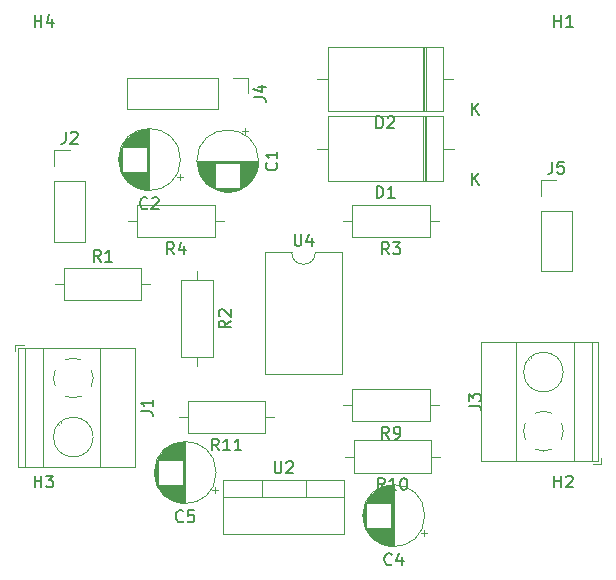
<source format=gbr>
%TF.GenerationSoftware,KiCad,Pcbnew,8.0.1*%
%TF.CreationDate,2024-08-15T00:47:12-03:00*%
%TF.ProjectId,monitoreo_solar,6d6f6e69-746f-4726-956f-5f736f6c6172,rev?*%
%TF.SameCoordinates,Original*%
%TF.FileFunction,Legend,Top*%
%TF.FilePolarity,Positive*%
%FSLAX46Y46*%
G04 Gerber Fmt 4.6, Leading zero omitted, Abs format (unit mm)*
G04 Created by KiCad (PCBNEW 8.0.1) date 2024-08-15 00:47:12*
%MOMM*%
%LPD*%
G01*
G04 APERTURE LIST*
%ADD10C,0.150000*%
%ADD11C,0.120000*%
G04 APERTURE END LIST*
D10*
X54463446Y-100259580D02*
X54415827Y-100307200D01*
X54415827Y-100307200D02*
X54272970Y-100354819D01*
X54272970Y-100354819D02*
X54177732Y-100354819D01*
X54177732Y-100354819D02*
X54034875Y-100307200D01*
X54034875Y-100307200D02*
X53939637Y-100211961D01*
X53939637Y-100211961D02*
X53892018Y-100116723D01*
X53892018Y-100116723D02*
X53844399Y-99926247D01*
X53844399Y-99926247D02*
X53844399Y-99783390D01*
X53844399Y-99783390D02*
X53892018Y-99592914D01*
X53892018Y-99592914D02*
X53939637Y-99497676D01*
X53939637Y-99497676D02*
X54034875Y-99402438D01*
X54034875Y-99402438D02*
X54177732Y-99354819D01*
X54177732Y-99354819D02*
X54272970Y-99354819D01*
X54272970Y-99354819D02*
X54415827Y-99402438D01*
X54415827Y-99402438D02*
X54463446Y-99450057D01*
X55320589Y-99688152D02*
X55320589Y-100354819D01*
X55082494Y-99307200D02*
X54844399Y-100021485D01*
X54844399Y-100021485D02*
X55463446Y-100021485D01*
X53161905Y-63349819D02*
X53161905Y-62349819D01*
X53161905Y-62349819D02*
X53400000Y-62349819D01*
X53400000Y-62349819D02*
X53542857Y-62397438D01*
X53542857Y-62397438D02*
X53638095Y-62492676D01*
X53638095Y-62492676D02*
X53685714Y-62587914D01*
X53685714Y-62587914D02*
X53733333Y-62778390D01*
X53733333Y-62778390D02*
X53733333Y-62921247D01*
X53733333Y-62921247D02*
X53685714Y-63111723D01*
X53685714Y-63111723D02*
X53638095Y-63206961D01*
X53638095Y-63206961D02*
X53542857Y-63302200D01*
X53542857Y-63302200D02*
X53400000Y-63349819D01*
X53400000Y-63349819D02*
X53161905Y-63349819D01*
X54114286Y-62445057D02*
X54161905Y-62397438D01*
X54161905Y-62397438D02*
X54257143Y-62349819D01*
X54257143Y-62349819D02*
X54495238Y-62349819D01*
X54495238Y-62349819D02*
X54590476Y-62397438D01*
X54590476Y-62397438D02*
X54638095Y-62445057D01*
X54638095Y-62445057D02*
X54685714Y-62540295D01*
X54685714Y-62540295D02*
X54685714Y-62635533D01*
X54685714Y-62635533D02*
X54638095Y-62778390D01*
X54638095Y-62778390D02*
X54066667Y-63349819D01*
X54066667Y-63349819D02*
X54685714Y-63349819D01*
X61258095Y-62229819D02*
X61258095Y-61229819D01*
X61829523Y-62229819D02*
X61400952Y-61658390D01*
X61829523Y-61229819D02*
X61258095Y-61801247D01*
X44684580Y-66286553D02*
X44732200Y-66334172D01*
X44732200Y-66334172D02*
X44779819Y-66477029D01*
X44779819Y-66477029D02*
X44779819Y-66572267D01*
X44779819Y-66572267D02*
X44732200Y-66715124D01*
X44732200Y-66715124D02*
X44636961Y-66810362D01*
X44636961Y-66810362D02*
X44541723Y-66857981D01*
X44541723Y-66857981D02*
X44351247Y-66905600D01*
X44351247Y-66905600D02*
X44208390Y-66905600D01*
X44208390Y-66905600D02*
X44017914Y-66857981D01*
X44017914Y-66857981D02*
X43922676Y-66810362D01*
X43922676Y-66810362D02*
X43827438Y-66715124D01*
X43827438Y-66715124D02*
X43779819Y-66572267D01*
X43779819Y-66572267D02*
X43779819Y-66477029D01*
X43779819Y-66477029D02*
X43827438Y-66334172D01*
X43827438Y-66334172D02*
X43875057Y-66286553D01*
X44779819Y-65334172D02*
X44779819Y-65905600D01*
X44779819Y-65619886D02*
X43779819Y-65619886D01*
X43779819Y-65619886D02*
X43922676Y-65715124D01*
X43922676Y-65715124D02*
X44017914Y-65810362D01*
X44017914Y-65810362D02*
X44065533Y-65905600D01*
X42784819Y-60733333D02*
X43499104Y-60733333D01*
X43499104Y-60733333D02*
X43641961Y-60780952D01*
X43641961Y-60780952D02*
X43737200Y-60876190D01*
X43737200Y-60876190D02*
X43784819Y-61019047D01*
X43784819Y-61019047D02*
X43784819Y-61114285D01*
X43118152Y-59828571D02*
X43784819Y-59828571D01*
X42737200Y-60066666D02*
X43451485Y-60304761D01*
X43451485Y-60304761D02*
X43451485Y-59685714D01*
X36033333Y-74024819D02*
X35700000Y-73548628D01*
X35461905Y-74024819D02*
X35461905Y-73024819D01*
X35461905Y-73024819D02*
X35842857Y-73024819D01*
X35842857Y-73024819D02*
X35938095Y-73072438D01*
X35938095Y-73072438D02*
X35985714Y-73120057D01*
X35985714Y-73120057D02*
X36033333Y-73215295D01*
X36033333Y-73215295D02*
X36033333Y-73358152D01*
X36033333Y-73358152D02*
X35985714Y-73453390D01*
X35985714Y-73453390D02*
X35938095Y-73501009D01*
X35938095Y-73501009D02*
X35842857Y-73548628D01*
X35842857Y-73548628D02*
X35461905Y-73548628D01*
X36890476Y-73358152D02*
X36890476Y-74024819D01*
X36652381Y-72977200D02*
X36414286Y-73691485D01*
X36414286Y-73691485D02*
X37033333Y-73691485D01*
X44553095Y-91559819D02*
X44553095Y-92369342D01*
X44553095Y-92369342D02*
X44600714Y-92464580D01*
X44600714Y-92464580D02*
X44648333Y-92512200D01*
X44648333Y-92512200D02*
X44743571Y-92559819D01*
X44743571Y-92559819D02*
X44934047Y-92559819D01*
X44934047Y-92559819D02*
X45029285Y-92512200D01*
X45029285Y-92512200D02*
X45076904Y-92464580D01*
X45076904Y-92464580D02*
X45124523Y-92369342D01*
X45124523Y-92369342D02*
X45124523Y-91559819D01*
X45553095Y-91655057D02*
X45600714Y-91607438D01*
X45600714Y-91607438D02*
X45695952Y-91559819D01*
X45695952Y-91559819D02*
X45934047Y-91559819D01*
X45934047Y-91559819D02*
X46029285Y-91607438D01*
X46029285Y-91607438D02*
X46076904Y-91655057D01*
X46076904Y-91655057D02*
X46124523Y-91750295D01*
X46124523Y-91750295D02*
X46124523Y-91845533D01*
X46124523Y-91845533D02*
X46076904Y-91988390D01*
X46076904Y-91988390D02*
X45505476Y-92559819D01*
X45505476Y-92559819D02*
X46124523Y-92559819D01*
X60979819Y-86833333D02*
X61694104Y-86833333D01*
X61694104Y-86833333D02*
X61836961Y-86880952D01*
X61836961Y-86880952D02*
X61932200Y-86976190D01*
X61932200Y-86976190D02*
X61979819Y-87119047D01*
X61979819Y-87119047D02*
X61979819Y-87214285D01*
X60979819Y-86452380D02*
X60979819Y-85833333D01*
X60979819Y-85833333D02*
X61360771Y-86166666D01*
X61360771Y-86166666D02*
X61360771Y-86023809D01*
X61360771Y-86023809D02*
X61408390Y-85928571D01*
X61408390Y-85928571D02*
X61456009Y-85880952D01*
X61456009Y-85880952D02*
X61551247Y-85833333D01*
X61551247Y-85833333D02*
X61789342Y-85833333D01*
X61789342Y-85833333D02*
X61884580Y-85880952D01*
X61884580Y-85880952D02*
X61932200Y-85928571D01*
X61932200Y-85928571D02*
X61979819Y-86023809D01*
X61979819Y-86023809D02*
X61979819Y-86309523D01*
X61979819Y-86309523D02*
X61932200Y-86404761D01*
X61932200Y-86404761D02*
X61884580Y-86452380D01*
X36808333Y-96609580D02*
X36760714Y-96657200D01*
X36760714Y-96657200D02*
X36617857Y-96704819D01*
X36617857Y-96704819D02*
X36522619Y-96704819D01*
X36522619Y-96704819D02*
X36379762Y-96657200D01*
X36379762Y-96657200D02*
X36284524Y-96561961D01*
X36284524Y-96561961D02*
X36236905Y-96466723D01*
X36236905Y-96466723D02*
X36189286Y-96276247D01*
X36189286Y-96276247D02*
X36189286Y-96133390D01*
X36189286Y-96133390D02*
X36236905Y-95942914D01*
X36236905Y-95942914D02*
X36284524Y-95847676D01*
X36284524Y-95847676D02*
X36379762Y-95752438D01*
X36379762Y-95752438D02*
X36522619Y-95704819D01*
X36522619Y-95704819D02*
X36617857Y-95704819D01*
X36617857Y-95704819D02*
X36760714Y-95752438D01*
X36760714Y-95752438D02*
X36808333Y-95800057D01*
X37713095Y-95704819D02*
X37236905Y-95704819D01*
X37236905Y-95704819D02*
X37189286Y-96181009D01*
X37189286Y-96181009D02*
X37236905Y-96133390D01*
X37236905Y-96133390D02*
X37332143Y-96085771D01*
X37332143Y-96085771D02*
X37570238Y-96085771D01*
X37570238Y-96085771D02*
X37665476Y-96133390D01*
X37665476Y-96133390D02*
X37713095Y-96181009D01*
X37713095Y-96181009D02*
X37760714Y-96276247D01*
X37760714Y-96276247D02*
X37760714Y-96514342D01*
X37760714Y-96514342D02*
X37713095Y-96609580D01*
X37713095Y-96609580D02*
X37665476Y-96657200D01*
X37665476Y-96657200D02*
X37570238Y-96704819D01*
X37570238Y-96704819D02*
X37332143Y-96704819D01*
X37332143Y-96704819D02*
X37236905Y-96657200D01*
X37236905Y-96657200D02*
X37189286Y-96609580D01*
X68066666Y-66184819D02*
X68066666Y-66899104D01*
X68066666Y-66899104D02*
X68019047Y-67041961D01*
X68019047Y-67041961D02*
X67923809Y-67137200D01*
X67923809Y-67137200D02*
X67780952Y-67184819D01*
X67780952Y-67184819D02*
X67685714Y-67184819D01*
X69019047Y-66184819D02*
X68542857Y-66184819D01*
X68542857Y-66184819D02*
X68495238Y-66661009D01*
X68495238Y-66661009D02*
X68542857Y-66613390D01*
X68542857Y-66613390D02*
X68638095Y-66565771D01*
X68638095Y-66565771D02*
X68876190Y-66565771D01*
X68876190Y-66565771D02*
X68971428Y-66613390D01*
X68971428Y-66613390D02*
X69019047Y-66661009D01*
X69019047Y-66661009D02*
X69066666Y-66756247D01*
X69066666Y-66756247D02*
X69066666Y-66994342D01*
X69066666Y-66994342D02*
X69019047Y-67089580D01*
X69019047Y-67089580D02*
X68971428Y-67137200D01*
X68971428Y-67137200D02*
X68876190Y-67184819D01*
X68876190Y-67184819D02*
X68638095Y-67184819D01*
X68638095Y-67184819D02*
X68542857Y-67137200D01*
X68542857Y-67137200D02*
X68495238Y-67089580D01*
X68238095Y-93754819D02*
X68238095Y-92754819D01*
X68238095Y-93231009D02*
X68809523Y-93231009D01*
X68809523Y-93754819D02*
X68809523Y-92754819D01*
X69238095Y-92850057D02*
X69285714Y-92802438D01*
X69285714Y-92802438D02*
X69380952Y-92754819D01*
X69380952Y-92754819D02*
X69619047Y-92754819D01*
X69619047Y-92754819D02*
X69714285Y-92802438D01*
X69714285Y-92802438D02*
X69761904Y-92850057D01*
X69761904Y-92850057D02*
X69809523Y-92945295D01*
X69809523Y-92945295D02*
X69809523Y-93040533D01*
X69809523Y-93040533D02*
X69761904Y-93183390D01*
X69761904Y-93183390D02*
X69190476Y-93754819D01*
X69190476Y-93754819D02*
X69809523Y-93754819D01*
X39837142Y-90624819D02*
X39503809Y-90148628D01*
X39265714Y-90624819D02*
X39265714Y-89624819D01*
X39265714Y-89624819D02*
X39646666Y-89624819D01*
X39646666Y-89624819D02*
X39741904Y-89672438D01*
X39741904Y-89672438D02*
X39789523Y-89720057D01*
X39789523Y-89720057D02*
X39837142Y-89815295D01*
X39837142Y-89815295D02*
X39837142Y-89958152D01*
X39837142Y-89958152D02*
X39789523Y-90053390D01*
X39789523Y-90053390D02*
X39741904Y-90101009D01*
X39741904Y-90101009D02*
X39646666Y-90148628D01*
X39646666Y-90148628D02*
X39265714Y-90148628D01*
X40789523Y-90624819D02*
X40218095Y-90624819D01*
X40503809Y-90624819D02*
X40503809Y-89624819D01*
X40503809Y-89624819D02*
X40408571Y-89767676D01*
X40408571Y-89767676D02*
X40313333Y-89862914D01*
X40313333Y-89862914D02*
X40218095Y-89910533D01*
X41741904Y-90624819D02*
X41170476Y-90624819D01*
X41456190Y-90624819D02*
X41456190Y-89624819D01*
X41456190Y-89624819D02*
X41360952Y-89767676D01*
X41360952Y-89767676D02*
X41265714Y-89862914D01*
X41265714Y-89862914D02*
X41170476Y-89910533D01*
X40824819Y-79646666D02*
X40348628Y-79979999D01*
X40824819Y-80218094D02*
X39824819Y-80218094D01*
X39824819Y-80218094D02*
X39824819Y-79837142D01*
X39824819Y-79837142D02*
X39872438Y-79741904D01*
X39872438Y-79741904D02*
X39920057Y-79694285D01*
X39920057Y-79694285D02*
X40015295Y-79646666D01*
X40015295Y-79646666D02*
X40158152Y-79646666D01*
X40158152Y-79646666D02*
X40253390Y-79694285D01*
X40253390Y-79694285D02*
X40301009Y-79741904D01*
X40301009Y-79741904D02*
X40348628Y-79837142D01*
X40348628Y-79837142D02*
X40348628Y-80218094D01*
X39920057Y-79265713D02*
X39872438Y-79218094D01*
X39872438Y-79218094D02*
X39824819Y-79122856D01*
X39824819Y-79122856D02*
X39824819Y-78884761D01*
X39824819Y-78884761D02*
X39872438Y-78789523D01*
X39872438Y-78789523D02*
X39920057Y-78741904D01*
X39920057Y-78741904D02*
X40015295Y-78694285D01*
X40015295Y-78694285D02*
X40110533Y-78694285D01*
X40110533Y-78694285D02*
X40253390Y-78741904D01*
X40253390Y-78741904D02*
X40824819Y-79313332D01*
X40824819Y-79313332D02*
X40824819Y-78694285D01*
X24238095Y-93754819D02*
X24238095Y-92754819D01*
X24238095Y-93231009D02*
X24809523Y-93231009D01*
X24809523Y-93754819D02*
X24809523Y-92754819D01*
X25190476Y-92754819D02*
X25809523Y-92754819D01*
X25809523Y-92754819D02*
X25476190Y-93135771D01*
X25476190Y-93135771D02*
X25619047Y-93135771D01*
X25619047Y-93135771D02*
X25714285Y-93183390D01*
X25714285Y-93183390D02*
X25761904Y-93231009D01*
X25761904Y-93231009D02*
X25809523Y-93326247D01*
X25809523Y-93326247D02*
X25809523Y-93564342D01*
X25809523Y-93564342D02*
X25761904Y-93659580D01*
X25761904Y-93659580D02*
X25714285Y-93707200D01*
X25714285Y-93707200D02*
X25619047Y-93754819D01*
X25619047Y-93754819D02*
X25333333Y-93754819D01*
X25333333Y-93754819D02*
X25238095Y-93707200D01*
X25238095Y-93707200D02*
X25190476Y-93659580D01*
X26866666Y-63659819D02*
X26866666Y-64374104D01*
X26866666Y-64374104D02*
X26819047Y-64516961D01*
X26819047Y-64516961D02*
X26723809Y-64612200D01*
X26723809Y-64612200D02*
X26580952Y-64659819D01*
X26580952Y-64659819D02*
X26485714Y-64659819D01*
X27295238Y-63755057D02*
X27342857Y-63707438D01*
X27342857Y-63707438D02*
X27438095Y-63659819D01*
X27438095Y-63659819D02*
X27676190Y-63659819D01*
X27676190Y-63659819D02*
X27771428Y-63707438D01*
X27771428Y-63707438D02*
X27819047Y-63755057D01*
X27819047Y-63755057D02*
X27866666Y-63850295D01*
X27866666Y-63850295D02*
X27866666Y-63945533D01*
X27866666Y-63945533D02*
X27819047Y-64088390D01*
X27819047Y-64088390D02*
X27247619Y-64659819D01*
X27247619Y-64659819D02*
X27866666Y-64659819D01*
X33214819Y-87333333D02*
X33929104Y-87333333D01*
X33929104Y-87333333D02*
X34071961Y-87380952D01*
X34071961Y-87380952D02*
X34167200Y-87476190D01*
X34167200Y-87476190D02*
X34214819Y-87619047D01*
X34214819Y-87619047D02*
X34214819Y-87714285D01*
X34214819Y-86333333D02*
X34214819Y-86904761D01*
X34214819Y-86619047D02*
X33214819Y-86619047D01*
X33214819Y-86619047D02*
X33357676Y-86714285D01*
X33357676Y-86714285D02*
X33452914Y-86809523D01*
X33452914Y-86809523D02*
X33500533Y-86904761D01*
X33783333Y-70109580D02*
X33735714Y-70157200D01*
X33735714Y-70157200D02*
X33592857Y-70204819D01*
X33592857Y-70204819D02*
X33497619Y-70204819D01*
X33497619Y-70204819D02*
X33354762Y-70157200D01*
X33354762Y-70157200D02*
X33259524Y-70061961D01*
X33259524Y-70061961D02*
X33211905Y-69966723D01*
X33211905Y-69966723D02*
X33164286Y-69776247D01*
X33164286Y-69776247D02*
X33164286Y-69633390D01*
X33164286Y-69633390D02*
X33211905Y-69442914D01*
X33211905Y-69442914D02*
X33259524Y-69347676D01*
X33259524Y-69347676D02*
X33354762Y-69252438D01*
X33354762Y-69252438D02*
X33497619Y-69204819D01*
X33497619Y-69204819D02*
X33592857Y-69204819D01*
X33592857Y-69204819D02*
X33735714Y-69252438D01*
X33735714Y-69252438D02*
X33783333Y-69300057D01*
X34164286Y-69300057D02*
X34211905Y-69252438D01*
X34211905Y-69252438D02*
X34307143Y-69204819D01*
X34307143Y-69204819D02*
X34545238Y-69204819D01*
X34545238Y-69204819D02*
X34640476Y-69252438D01*
X34640476Y-69252438D02*
X34688095Y-69300057D01*
X34688095Y-69300057D02*
X34735714Y-69395295D01*
X34735714Y-69395295D02*
X34735714Y-69490533D01*
X34735714Y-69490533D02*
X34688095Y-69633390D01*
X34688095Y-69633390D02*
X34116667Y-70204819D01*
X34116667Y-70204819D02*
X34735714Y-70204819D01*
X46233095Y-72324819D02*
X46233095Y-73134342D01*
X46233095Y-73134342D02*
X46280714Y-73229580D01*
X46280714Y-73229580D02*
X46328333Y-73277200D01*
X46328333Y-73277200D02*
X46423571Y-73324819D01*
X46423571Y-73324819D02*
X46614047Y-73324819D01*
X46614047Y-73324819D02*
X46709285Y-73277200D01*
X46709285Y-73277200D02*
X46756904Y-73229580D01*
X46756904Y-73229580D02*
X46804523Y-73134342D01*
X46804523Y-73134342D02*
X46804523Y-72324819D01*
X47709285Y-72658152D02*
X47709285Y-73324819D01*
X47471190Y-72277200D02*
X47233095Y-72991485D01*
X47233095Y-72991485D02*
X47852142Y-72991485D01*
X54233333Y-89624819D02*
X53900000Y-89148628D01*
X53661905Y-89624819D02*
X53661905Y-88624819D01*
X53661905Y-88624819D02*
X54042857Y-88624819D01*
X54042857Y-88624819D02*
X54138095Y-88672438D01*
X54138095Y-88672438D02*
X54185714Y-88720057D01*
X54185714Y-88720057D02*
X54233333Y-88815295D01*
X54233333Y-88815295D02*
X54233333Y-88958152D01*
X54233333Y-88958152D02*
X54185714Y-89053390D01*
X54185714Y-89053390D02*
X54138095Y-89101009D01*
X54138095Y-89101009D02*
X54042857Y-89148628D01*
X54042857Y-89148628D02*
X53661905Y-89148628D01*
X54709524Y-89624819D02*
X54900000Y-89624819D01*
X54900000Y-89624819D02*
X54995238Y-89577200D01*
X54995238Y-89577200D02*
X55042857Y-89529580D01*
X55042857Y-89529580D02*
X55138095Y-89386723D01*
X55138095Y-89386723D02*
X55185714Y-89196247D01*
X55185714Y-89196247D02*
X55185714Y-88815295D01*
X55185714Y-88815295D02*
X55138095Y-88720057D01*
X55138095Y-88720057D02*
X55090476Y-88672438D01*
X55090476Y-88672438D02*
X54995238Y-88624819D01*
X54995238Y-88624819D02*
X54804762Y-88624819D01*
X54804762Y-88624819D02*
X54709524Y-88672438D01*
X54709524Y-88672438D02*
X54661905Y-88720057D01*
X54661905Y-88720057D02*
X54614286Y-88815295D01*
X54614286Y-88815295D02*
X54614286Y-89053390D01*
X54614286Y-89053390D02*
X54661905Y-89148628D01*
X54661905Y-89148628D02*
X54709524Y-89196247D01*
X54709524Y-89196247D02*
X54804762Y-89243866D01*
X54804762Y-89243866D02*
X54995238Y-89243866D01*
X54995238Y-89243866D02*
X55090476Y-89196247D01*
X55090476Y-89196247D02*
X55138095Y-89148628D01*
X55138095Y-89148628D02*
X55185714Y-89053390D01*
X24238095Y-54754819D02*
X24238095Y-53754819D01*
X24238095Y-54231009D02*
X24809523Y-54231009D01*
X24809523Y-54754819D02*
X24809523Y-53754819D01*
X25714285Y-54088152D02*
X25714285Y-54754819D01*
X25476190Y-53707200D02*
X25238095Y-54421485D01*
X25238095Y-54421485D02*
X25857142Y-54421485D01*
X53186905Y-69249819D02*
X53186905Y-68249819D01*
X53186905Y-68249819D02*
X53425000Y-68249819D01*
X53425000Y-68249819D02*
X53567857Y-68297438D01*
X53567857Y-68297438D02*
X53663095Y-68392676D01*
X53663095Y-68392676D02*
X53710714Y-68487914D01*
X53710714Y-68487914D02*
X53758333Y-68678390D01*
X53758333Y-68678390D02*
X53758333Y-68821247D01*
X53758333Y-68821247D02*
X53710714Y-69011723D01*
X53710714Y-69011723D02*
X53663095Y-69106961D01*
X53663095Y-69106961D02*
X53567857Y-69202200D01*
X53567857Y-69202200D02*
X53425000Y-69249819D01*
X53425000Y-69249819D02*
X53186905Y-69249819D01*
X54710714Y-69249819D02*
X54139286Y-69249819D01*
X54425000Y-69249819D02*
X54425000Y-68249819D01*
X54425000Y-68249819D02*
X54329762Y-68392676D01*
X54329762Y-68392676D02*
X54234524Y-68487914D01*
X54234524Y-68487914D02*
X54139286Y-68535533D01*
X61283095Y-68129819D02*
X61283095Y-67129819D01*
X61854523Y-68129819D02*
X61425952Y-67558390D01*
X61854523Y-67129819D02*
X61283095Y-67701247D01*
X29828333Y-74634819D02*
X29495000Y-74158628D01*
X29256905Y-74634819D02*
X29256905Y-73634819D01*
X29256905Y-73634819D02*
X29637857Y-73634819D01*
X29637857Y-73634819D02*
X29733095Y-73682438D01*
X29733095Y-73682438D02*
X29780714Y-73730057D01*
X29780714Y-73730057D02*
X29828333Y-73825295D01*
X29828333Y-73825295D02*
X29828333Y-73968152D01*
X29828333Y-73968152D02*
X29780714Y-74063390D01*
X29780714Y-74063390D02*
X29733095Y-74111009D01*
X29733095Y-74111009D02*
X29637857Y-74158628D01*
X29637857Y-74158628D02*
X29256905Y-74158628D01*
X30780714Y-74634819D02*
X30209286Y-74634819D01*
X30495000Y-74634819D02*
X30495000Y-73634819D01*
X30495000Y-73634819D02*
X30399762Y-73777676D01*
X30399762Y-73777676D02*
X30304524Y-73872914D01*
X30304524Y-73872914D02*
X30209286Y-73920533D01*
X54233333Y-74024819D02*
X53900000Y-73548628D01*
X53661905Y-74024819D02*
X53661905Y-73024819D01*
X53661905Y-73024819D02*
X54042857Y-73024819D01*
X54042857Y-73024819D02*
X54138095Y-73072438D01*
X54138095Y-73072438D02*
X54185714Y-73120057D01*
X54185714Y-73120057D02*
X54233333Y-73215295D01*
X54233333Y-73215295D02*
X54233333Y-73358152D01*
X54233333Y-73358152D02*
X54185714Y-73453390D01*
X54185714Y-73453390D02*
X54138095Y-73501009D01*
X54138095Y-73501009D02*
X54042857Y-73548628D01*
X54042857Y-73548628D02*
X53661905Y-73548628D01*
X54566667Y-73024819D02*
X55185714Y-73024819D01*
X55185714Y-73024819D02*
X54852381Y-73405771D01*
X54852381Y-73405771D02*
X54995238Y-73405771D01*
X54995238Y-73405771D02*
X55090476Y-73453390D01*
X55090476Y-73453390D02*
X55138095Y-73501009D01*
X55138095Y-73501009D02*
X55185714Y-73596247D01*
X55185714Y-73596247D02*
X55185714Y-73834342D01*
X55185714Y-73834342D02*
X55138095Y-73929580D01*
X55138095Y-73929580D02*
X55090476Y-73977200D01*
X55090476Y-73977200D02*
X54995238Y-74024819D01*
X54995238Y-74024819D02*
X54709524Y-74024819D01*
X54709524Y-74024819D02*
X54614286Y-73977200D01*
X54614286Y-73977200D02*
X54566667Y-73929580D01*
X68238095Y-54754819D02*
X68238095Y-53754819D01*
X68238095Y-54231009D02*
X68809523Y-54231009D01*
X68809523Y-54754819D02*
X68809523Y-53754819D01*
X69809523Y-54754819D02*
X69238095Y-54754819D01*
X69523809Y-54754819D02*
X69523809Y-53754819D01*
X69523809Y-53754819D02*
X69428571Y-53897676D01*
X69428571Y-53897676D02*
X69333333Y-53992914D01*
X69333333Y-53992914D02*
X69238095Y-54040533D01*
X53862142Y-93974819D02*
X53528809Y-93498628D01*
X53290714Y-93974819D02*
X53290714Y-92974819D01*
X53290714Y-92974819D02*
X53671666Y-92974819D01*
X53671666Y-92974819D02*
X53766904Y-93022438D01*
X53766904Y-93022438D02*
X53814523Y-93070057D01*
X53814523Y-93070057D02*
X53862142Y-93165295D01*
X53862142Y-93165295D02*
X53862142Y-93308152D01*
X53862142Y-93308152D02*
X53814523Y-93403390D01*
X53814523Y-93403390D02*
X53766904Y-93451009D01*
X53766904Y-93451009D02*
X53671666Y-93498628D01*
X53671666Y-93498628D02*
X53290714Y-93498628D01*
X54814523Y-93974819D02*
X54243095Y-93974819D01*
X54528809Y-93974819D02*
X54528809Y-92974819D01*
X54528809Y-92974819D02*
X54433571Y-93117676D01*
X54433571Y-93117676D02*
X54338333Y-93212914D01*
X54338333Y-93212914D02*
X54243095Y-93260533D01*
X55433571Y-92974819D02*
X55528809Y-92974819D01*
X55528809Y-92974819D02*
X55624047Y-93022438D01*
X55624047Y-93022438D02*
X55671666Y-93070057D01*
X55671666Y-93070057D02*
X55719285Y-93165295D01*
X55719285Y-93165295D02*
X55766904Y-93355771D01*
X55766904Y-93355771D02*
X55766904Y-93593866D01*
X55766904Y-93593866D02*
X55719285Y-93784342D01*
X55719285Y-93784342D02*
X55671666Y-93879580D01*
X55671666Y-93879580D02*
X55624047Y-93927200D01*
X55624047Y-93927200D02*
X55528809Y-93974819D01*
X55528809Y-93974819D02*
X55433571Y-93974819D01*
X55433571Y-93974819D02*
X55338333Y-93927200D01*
X55338333Y-93927200D02*
X55290714Y-93879580D01*
X55290714Y-93879580D02*
X55243095Y-93784342D01*
X55243095Y-93784342D02*
X55195476Y-93593866D01*
X55195476Y-93593866D02*
X55195476Y-93355771D01*
X55195476Y-93355771D02*
X55243095Y-93165295D01*
X55243095Y-93165295D02*
X55290714Y-93070057D01*
X55290714Y-93070057D02*
X55338333Y-93022438D01*
X55338333Y-93022438D02*
X55433571Y-92974819D01*
D11*
%TO.C,C4*%
X57250113Y-96150000D02*
G75*
G02*
X52010113Y-96150000I-2620000J0D01*
G01*
X52010113Y-96150000D02*
G75*
G02*
X57250113Y-96150000I2620000J0D01*
G01*
X54390113Y-95110000D02*
X54390113Y-93581000D01*
X54350113Y-95110000D02*
X54350113Y-93585000D01*
X54310113Y-95110000D02*
X54310113Y-93589000D01*
X54270113Y-95110000D02*
X54270113Y-93594000D01*
X54230113Y-95110000D02*
X54230113Y-93600000D01*
X54190113Y-95110000D02*
X54190113Y-93607000D01*
X54150113Y-95110000D02*
X54150113Y-93614000D01*
X54110113Y-95110000D02*
X54110113Y-93622000D01*
X54070113Y-95110000D02*
X54070113Y-93630000D01*
X54030113Y-95110000D02*
X54030113Y-93639000D01*
X53990113Y-95110000D02*
X53990113Y-93649000D01*
X53950113Y-95110000D02*
X53950113Y-93659000D01*
X53909113Y-95110000D02*
X53909113Y-93670000D01*
X53869113Y-95110000D02*
X53869113Y-93682000D01*
X53829113Y-95110000D02*
X53829113Y-93695000D01*
X53789113Y-95110000D02*
X53789113Y-93708000D01*
X53749113Y-95110000D02*
X53749113Y-93722000D01*
X53709113Y-95110000D02*
X53709113Y-93736000D01*
X53669113Y-95110000D02*
X53669113Y-93752000D01*
X53629113Y-95110000D02*
X53629113Y-93768000D01*
X53589113Y-95110000D02*
X53589113Y-93785000D01*
X53549113Y-95110000D02*
X53549113Y-93802000D01*
X53509113Y-95110000D02*
X53509113Y-93821000D01*
X53469113Y-95110000D02*
X53469113Y-93840000D01*
X53429113Y-95110000D02*
X53429113Y-93860000D01*
X53389113Y-95110000D02*
X53389113Y-93882000D01*
X53349113Y-95110000D02*
X53349113Y-93903000D01*
X53309113Y-95110000D02*
X53309113Y-93926000D01*
X53269113Y-95110000D02*
X53269113Y-93950000D01*
X53229113Y-95110000D02*
X53229113Y-93975000D01*
X53189113Y-95110000D02*
X53189113Y-94001000D01*
X53149113Y-95110000D02*
X53149113Y-94028000D01*
X53109113Y-95110000D02*
X53109113Y-94055000D01*
X53069113Y-95110000D02*
X53069113Y-94085000D01*
X53029113Y-95110000D02*
X53029113Y-94115000D01*
X52989113Y-95110000D02*
X52989113Y-94146000D01*
X52949113Y-95110000D02*
X52949113Y-94179000D01*
X52909113Y-95110000D02*
X52909113Y-94213000D01*
X52869113Y-95110000D02*
X52869113Y-94249000D01*
X52829113Y-95110000D02*
X52829113Y-94286000D01*
X52789113Y-95110000D02*
X52789113Y-94324000D01*
X52749113Y-95110000D02*
X52749113Y-94365000D01*
X52709113Y-95110000D02*
X52709113Y-94407000D01*
X52669113Y-95110000D02*
X52669113Y-94451000D01*
X52629113Y-95110000D02*
X52629113Y-94497000D01*
X52589113Y-95110000D02*
X52589113Y-94545000D01*
X52549113Y-95110000D02*
X52549113Y-94596000D01*
X52509113Y-95110000D02*
X52509113Y-94650000D01*
X52469113Y-95110000D02*
X52469113Y-94707000D01*
X52429113Y-95110000D02*
X52429113Y-94767000D01*
X52389113Y-95110000D02*
X52389113Y-94831000D01*
X52349113Y-95110000D02*
X52349113Y-94899000D01*
X52029113Y-96434000D02*
X52029113Y-95866000D01*
X52069113Y-96668000D02*
X52069113Y-95632000D01*
X52109113Y-96827000D02*
X52109113Y-95473000D01*
X52149113Y-96955000D02*
X52149113Y-95345000D01*
X52189113Y-97065000D02*
X52189113Y-95235000D01*
X52229113Y-97161000D02*
X52229113Y-95139000D01*
X52269113Y-97248000D02*
X52269113Y-95052000D01*
X52309113Y-97328000D02*
X52309113Y-94972000D01*
X52349113Y-97401000D02*
X52349113Y-97190000D01*
X52389113Y-97469000D02*
X52389113Y-97190000D01*
X52429113Y-97533000D02*
X52429113Y-97190000D01*
X52469113Y-97593000D02*
X52469113Y-97190000D01*
X57434888Y-97625000D02*
X56934888Y-97625000D01*
X52509113Y-97650000D02*
X52509113Y-97190000D01*
X52549113Y-97704000D02*
X52549113Y-97190000D01*
X52589113Y-97755000D02*
X52589113Y-97190000D01*
X52629113Y-97803000D02*
X52629113Y-97190000D01*
X52669113Y-97849000D02*
X52669113Y-97190000D01*
X57184888Y-97875000D02*
X57184888Y-97375000D01*
X52709113Y-97893000D02*
X52709113Y-97190000D01*
X52749113Y-97935000D02*
X52749113Y-97190000D01*
X52789113Y-97976000D02*
X52789113Y-97190000D01*
X52829113Y-98014000D02*
X52829113Y-97190000D01*
X52869113Y-98051000D02*
X52869113Y-97190000D01*
X52909113Y-98087000D02*
X52909113Y-97190000D01*
X52949113Y-98121000D02*
X52949113Y-97190000D01*
X52989113Y-98154000D02*
X52989113Y-97190000D01*
X53029113Y-98185000D02*
X53029113Y-97190000D01*
X53069113Y-98215000D02*
X53069113Y-97190000D01*
X53109113Y-98245000D02*
X53109113Y-97190000D01*
X53149113Y-98272000D02*
X53149113Y-97190000D01*
X53189113Y-98299000D02*
X53189113Y-97190000D01*
X53229113Y-98325000D02*
X53229113Y-97190000D01*
X53269113Y-98350000D02*
X53269113Y-97190000D01*
X53309113Y-98374000D02*
X53309113Y-97190000D01*
X53349113Y-98397000D02*
X53349113Y-97190000D01*
X53389113Y-98418000D02*
X53389113Y-97190000D01*
X53429113Y-98440000D02*
X53429113Y-97190000D01*
X53469113Y-98460000D02*
X53469113Y-97190000D01*
X53509113Y-98479000D02*
X53509113Y-97190000D01*
X53549113Y-98498000D02*
X53549113Y-97190000D01*
X53589113Y-98515000D02*
X53589113Y-97190000D01*
X53629113Y-98532000D02*
X53629113Y-97190000D01*
X53669113Y-98548000D02*
X53669113Y-97190000D01*
X53709113Y-98564000D02*
X53709113Y-97190000D01*
X53749113Y-98578000D02*
X53749113Y-97190000D01*
X53789113Y-98592000D02*
X53789113Y-97190000D01*
X53829113Y-98605000D02*
X53829113Y-97190000D01*
X53869113Y-98618000D02*
X53869113Y-97190000D01*
X53909113Y-98630000D02*
X53909113Y-97190000D01*
X53950113Y-98641000D02*
X53950113Y-97190000D01*
X53990113Y-98651000D02*
X53990113Y-97190000D01*
X54030113Y-98661000D02*
X54030113Y-97190000D01*
X54070113Y-98670000D02*
X54070113Y-97190000D01*
X54110113Y-98678000D02*
X54110113Y-97190000D01*
X54150113Y-98686000D02*
X54150113Y-97190000D01*
X54190113Y-98693000D02*
X54190113Y-97190000D01*
X54230113Y-98700000D02*
X54230113Y-97190000D01*
X54270113Y-98706000D02*
X54270113Y-97190000D01*
X54310113Y-98711000D02*
X54310113Y-97190000D01*
X54350113Y-98715000D02*
X54350113Y-97190000D01*
X54390113Y-98719000D02*
X54390113Y-97190000D01*
X54430113Y-98723000D02*
X54430113Y-93577000D01*
X54470113Y-98726000D02*
X54470113Y-93574000D01*
X54510113Y-98728000D02*
X54510113Y-93572000D01*
X54550113Y-98729000D02*
X54550113Y-93571000D01*
X54630113Y-98730000D02*
X54630113Y-93570000D01*
X54590113Y-98730000D02*
X54590113Y-93570000D01*
%TO.C,D2*%
X48120000Y-59175000D02*
X49030000Y-59175000D01*
X49030000Y-56455000D02*
X49030000Y-61895000D01*
X49030000Y-61895000D02*
X58770000Y-61895000D01*
X57105000Y-61895000D02*
X57105000Y-56455000D01*
X57225000Y-61895000D02*
X57225000Y-56455000D01*
X57345000Y-61895000D02*
X57345000Y-56455000D01*
X58770000Y-56455000D02*
X49030000Y-56455000D01*
X58770000Y-61895000D02*
X58770000Y-56455000D01*
X59680000Y-59175000D02*
X58770000Y-59175000D01*
%TO.C,C1*%
X40859000Y-68720887D02*
X40291000Y-68720887D01*
X41093000Y-68680887D02*
X40057000Y-68680887D01*
X41252000Y-68640887D02*
X39898000Y-68640887D01*
X41380000Y-68600887D02*
X39770000Y-68600887D01*
X41490000Y-68560887D02*
X39660000Y-68560887D01*
X41586000Y-68520887D02*
X39564000Y-68520887D01*
X41673000Y-68480887D02*
X39477000Y-68480887D01*
X41753000Y-68440887D02*
X39397000Y-68440887D01*
X39535000Y-68400887D02*
X39324000Y-68400887D01*
X41826000Y-68400887D02*
X41615000Y-68400887D01*
X39535000Y-68360887D02*
X39256000Y-68360887D01*
X41894000Y-68360887D02*
X41615000Y-68360887D01*
X39535000Y-68320887D02*
X39192000Y-68320887D01*
X41958000Y-68320887D02*
X41615000Y-68320887D01*
X39535000Y-68280887D02*
X39132000Y-68280887D01*
X42018000Y-68280887D02*
X41615000Y-68280887D01*
X39535000Y-68240887D02*
X39075000Y-68240887D01*
X42075000Y-68240887D02*
X41615000Y-68240887D01*
X39535000Y-68200887D02*
X39021000Y-68200887D01*
X42129000Y-68200887D02*
X41615000Y-68200887D01*
X39535000Y-68160887D02*
X38970000Y-68160887D01*
X42180000Y-68160887D02*
X41615000Y-68160887D01*
X39535000Y-68120887D02*
X38922000Y-68120887D01*
X42228000Y-68120887D02*
X41615000Y-68120887D01*
X39535000Y-68080887D02*
X38876000Y-68080887D01*
X42274000Y-68080887D02*
X41615000Y-68080887D01*
X39535000Y-68040887D02*
X38832000Y-68040887D01*
X42318000Y-68040887D02*
X41615000Y-68040887D01*
X39535000Y-68000887D02*
X38790000Y-68000887D01*
X42360000Y-68000887D02*
X41615000Y-68000887D01*
X39535000Y-67960887D02*
X38749000Y-67960887D01*
X42401000Y-67960887D02*
X41615000Y-67960887D01*
X39535000Y-67920887D02*
X38711000Y-67920887D01*
X42439000Y-67920887D02*
X41615000Y-67920887D01*
X39535000Y-67880887D02*
X38674000Y-67880887D01*
X42476000Y-67880887D02*
X41615000Y-67880887D01*
X39535000Y-67840887D02*
X38638000Y-67840887D01*
X42512000Y-67840887D02*
X41615000Y-67840887D01*
X39535000Y-67800887D02*
X38604000Y-67800887D01*
X42546000Y-67800887D02*
X41615000Y-67800887D01*
X39535000Y-67760887D02*
X38571000Y-67760887D01*
X42579000Y-67760887D02*
X41615000Y-67760887D01*
X39535000Y-67720887D02*
X38540000Y-67720887D01*
X42610000Y-67720887D02*
X41615000Y-67720887D01*
X39535000Y-67680887D02*
X38510000Y-67680887D01*
X42640000Y-67680887D02*
X41615000Y-67680887D01*
X39535000Y-67640887D02*
X38480000Y-67640887D01*
X42670000Y-67640887D02*
X41615000Y-67640887D01*
X39535000Y-67600887D02*
X38453000Y-67600887D01*
X42697000Y-67600887D02*
X41615000Y-67600887D01*
X39535000Y-67560887D02*
X38426000Y-67560887D01*
X42724000Y-67560887D02*
X41615000Y-67560887D01*
X39535000Y-67520887D02*
X38400000Y-67520887D01*
X42750000Y-67520887D02*
X41615000Y-67520887D01*
X39535000Y-67480887D02*
X38375000Y-67480887D01*
X42775000Y-67480887D02*
X41615000Y-67480887D01*
X39535000Y-67440887D02*
X38351000Y-67440887D01*
X42799000Y-67440887D02*
X41615000Y-67440887D01*
X39535000Y-67400887D02*
X38328000Y-67400887D01*
X42822000Y-67400887D02*
X41615000Y-67400887D01*
X39535000Y-67360887D02*
X38307000Y-67360887D01*
X42843000Y-67360887D02*
X41615000Y-67360887D01*
X39535000Y-67320887D02*
X38285000Y-67320887D01*
X42865000Y-67320887D02*
X41615000Y-67320887D01*
X39535000Y-67280887D02*
X38265000Y-67280887D01*
X42885000Y-67280887D02*
X41615000Y-67280887D01*
X39535000Y-67240887D02*
X38246000Y-67240887D01*
X42904000Y-67240887D02*
X41615000Y-67240887D01*
X39535000Y-67200887D02*
X38227000Y-67200887D01*
X42923000Y-67200887D02*
X41615000Y-67200887D01*
X39535000Y-67160887D02*
X38210000Y-67160887D01*
X42940000Y-67160887D02*
X41615000Y-67160887D01*
X39535000Y-67120887D02*
X38193000Y-67120887D01*
X42957000Y-67120887D02*
X41615000Y-67120887D01*
X39535000Y-67080887D02*
X38177000Y-67080887D01*
X42973000Y-67080887D02*
X41615000Y-67080887D01*
X39535000Y-67040887D02*
X38161000Y-67040887D01*
X42989000Y-67040887D02*
X41615000Y-67040887D01*
X39535000Y-67000887D02*
X38147000Y-67000887D01*
X43003000Y-67000887D02*
X41615000Y-67000887D01*
X39535000Y-66960887D02*
X38133000Y-66960887D01*
X43017000Y-66960887D02*
X41615000Y-66960887D01*
X39535000Y-66920887D02*
X38120000Y-66920887D01*
X43030000Y-66920887D02*
X41615000Y-66920887D01*
X39535000Y-66880887D02*
X38107000Y-66880887D01*
X43043000Y-66880887D02*
X41615000Y-66880887D01*
X39535000Y-66840887D02*
X38095000Y-66840887D01*
X43055000Y-66840887D02*
X41615000Y-66840887D01*
X39535000Y-66799887D02*
X38084000Y-66799887D01*
X43066000Y-66799887D02*
X41615000Y-66799887D01*
X39535000Y-66759887D02*
X38074000Y-66759887D01*
X43076000Y-66759887D02*
X41615000Y-66759887D01*
X39535000Y-66719887D02*
X38064000Y-66719887D01*
X43086000Y-66719887D02*
X41615000Y-66719887D01*
X39535000Y-66679887D02*
X38055000Y-66679887D01*
X43095000Y-66679887D02*
X41615000Y-66679887D01*
X39535000Y-66639887D02*
X38047000Y-66639887D01*
X43103000Y-66639887D02*
X41615000Y-66639887D01*
X39535000Y-66599887D02*
X38039000Y-66599887D01*
X43111000Y-66599887D02*
X41615000Y-66599887D01*
X39535000Y-66559887D02*
X38032000Y-66559887D01*
X43118000Y-66559887D02*
X41615000Y-66559887D01*
X39535000Y-66519887D02*
X38025000Y-66519887D01*
X43125000Y-66519887D02*
X41615000Y-66519887D01*
X39535000Y-66479887D02*
X38019000Y-66479887D01*
X43131000Y-66479887D02*
X41615000Y-66479887D01*
X39535000Y-66439887D02*
X38014000Y-66439887D01*
X43136000Y-66439887D02*
X41615000Y-66439887D01*
X39535000Y-66399887D02*
X38010000Y-66399887D01*
X43140000Y-66399887D02*
X41615000Y-66399887D01*
X39535000Y-66359887D02*
X38006000Y-66359887D01*
X43144000Y-66359887D02*
X41615000Y-66359887D01*
X43148000Y-66319887D02*
X38002000Y-66319887D01*
X43151000Y-66279887D02*
X37999000Y-66279887D01*
X43153000Y-66239887D02*
X37997000Y-66239887D01*
X43154000Y-66199887D02*
X37996000Y-66199887D01*
X43155000Y-66159887D02*
X37995000Y-66159887D01*
X43155000Y-66119887D02*
X37995000Y-66119887D01*
X42300000Y-63565112D02*
X41800000Y-63565112D01*
X42050000Y-63315112D02*
X42050000Y-63815112D01*
X43195000Y-66119887D02*
G75*
G02*
X37955000Y-66119887I-2620000J0D01*
G01*
X37955000Y-66119887D02*
G75*
G02*
X43195000Y-66119887I2620000J0D01*
G01*
%TO.C,J4*%
X32050000Y-59070000D02*
X32050000Y-61730000D01*
X39730000Y-59070000D02*
X32050000Y-59070000D01*
X39730000Y-59070000D02*
X39730000Y-61730000D01*
X39730000Y-61730000D02*
X32050000Y-61730000D01*
X41000000Y-59070000D02*
X42330000Y-59070000D01*
X42330000Y-59070000D02*
X42330000Y-60400000D01*
%TO.C,R4*%
X32160000Y-71200000D02*
X32930000Y-71200000D01*
X32930000Y-69830000D02*
X32930000Y-72570000D01*
X32930000Y-72570000D02*
X39470000Y-72570000D01*
X39470000Y-69830000D02*
X32930000Y-69830000D01*
X39470000Y-72570000D02*
X39470000Y-69830000D01*
X40240000Y-71200000D02*
X39470000Y-71200000D01*
%TO.C,U2*%
X50435000Y-93105000D02*
X50435000Y-97746000D01*
X47166000Y-93105000D02*
X47166000Y-94615000D01*
X43465000Y-93105000D02*
X43465000Y-94615000D01*
X40195000Y-97746000D02*
X50435000Y-97746000D01*
X40195000Y-94615000D02*
X50435000Y-94615000D01*
X40195000Y-93105000D02*
X50435000Y-93105000D01*
X40195000Y-93105000D02*
X40195000Y-97746000D01*
%TO.C,J3*%
X62044000Y-81440000D02*
X71965000Y-81440000D01*
X62044000Y-91560000D02*
X62044000Y-81440000D01*
X62044000Y-91560000D02*
X71965000Y-91560000D01*
X65004000Y-91560000D02*
X65004000Y-81440000D01*
X66030000Y-82930000D02*
X66066000Y-82965000D01*
X66236000Y-82725000D02*
X66282000Y-82772000D01*
X68328000Y-85227000D02*
X68374000Y-85274000D01*
X68544000Y-85034000D02*
X68579000Y-85069000D01*
X69905000Y-91560000D02*
X69905000Y-81440000D01*
X71405000Y-91560000D02*
X71405000Y-81440000D01*
X71465000Y-91800000D02*
X72205000Y-91800000D01*
X71965000Y-91560000D02*
X71965000Y-81440000D01*
X72205000Y-91800000D02*
X72205000Y-91300000D01*
X65769574Y-89683042D02*
G75*
G02*
X65770001Y-88316001I1535419J683041D01*
G01*
X66621958Y-87464574D02*
G75*
G02*
X67989000Y-87465000I683042J-1535426D01*
G01*
X67988042Y-90535426D02*
G75*
G02*
X66621001Y-90534999I-683041J1535419D01*
G01*
X68839755Y-88316682D02*
G75*
G02*
X68984999Y-89000000I-1534755J-683318D01*
G01*
X68985252Y-88971195D02*
G75*
G02*
X68839999Y-89684000I-1680253J-28806D01*
G01*
X68985000Y-84000000D02*
G75*
G02*
X65625000Y-84000000I-1680000J0D01*
G01*
X65625000Y-84000000D02*
G75*
G02*
X68985000Y-84000000I1680000J0D01*
G01*
%TO.C,C5*%
X36735000Y-91460000D02*
X36735000Y-89931000D01*
X36695000Y-91460000D02*
X36695000Y-89935000D01*
X36655000Y-91460000D02*
X36655000Y-89939000D01*
X36615000Y-91460000D02*
X36615000Y-89944000D01*
X36575000Y-91460000D02*
X36575000Y-89950000D01*
X36535000Y-91460000D02*
X36535000Y-89957000D01*
X36495000Y-91460000D02*
X36495000Y-89964000D01*
X36455000Y-91460000D02*
X36455000Y-89972000D01*
X36415000Y-91460000D02*
X36415000Y-89980000D01*
X36375000Y-91460000D02*
X36375000Y-89989000D01*
X36335000Y-91460000D02*
X36335000Y-89999000D01*
X36295000Y-91460000D02*
X36295000Y-90009000D01*
X36254000Y-91460000D02*
X36254000Y-90020000D01*
X36214000Y-91460000D02*
X36214000Y-90032000D01*
X36174000Y-91460000D02*
X36174000Y-90045000D01*
X36134000Y-91460000D02*
X36134000Y-90058000D01*
X36094000Y-91460000D02*
X36094000Y-90072000D01*
X36054000Y-91460000D02*
X36054000Y-90086000D01*
X36014000Y-91460000D02*
X36014000Y-90102000D01*
X35974000Y-91460000D02*
X35974000Y-90118000D01*
X35934000Y-91460000D02*
X35934000Y-90135000D01*
X35894000Y-91460000D02*
X35894000Y-90152000D01*
X35854000Y-91460000D02*
X35854000Y-90171000D01*
X35814000Y-91460000D02*
X35814000Y-90190000D01*
X35774000Y-91460000D02*
X35774000Y-90210000D01*
X35734000Y-91460000D02*
X35734000Y-90232000D01*
X35694000Y-91460000D02*
X35694000Y-90253000D01*
X35654000Y-91460000D02*
X35654000Y-90276000D01*
X35614000Y-91460000D02*
X35614000Y-90300000D01*
X35574000Y-91460000D02*
X35574000Y-90325000D01*
X35534000Y-91460000D02*
X35534000Y-90351000D01*
X35494000Y-91460000D02*
X35494000Y-90378000D01*
X35454000Y-91460000D02*
X35454000Y-90405000D01*
X35414000Y-91460000D02*
X35414000Y-90435000D01*
X35374000Y-91460000D02*
X35374000Y-90465000D01*
X35334000Y-91460000D02*
X35334000Y-90496000D01*
X35294000Y-91460000D02*
X35294000Y-90529000D01*
X35254000Y-91460000D02*
X35254000Y-90563000D01*
X35214000Y-91460000D02*
X35214000Y-90599000D01*
X35174000Y-91460000D02*
X35174000Y-90636000D01*
X35134000Y-91460000D02*
X35134000Y-90674000D01*
X35094000Y-91460000D02*
X35094000Y-90715000D01*
X35054000Y-91460000D02*
X35054000Y-90757000D01*
X35014000Y-91460000D02*
X35014000Y-90801000D01*
X34974000Y-91460000D02*
X34974000Y-90847000D01*
X34934000Y-91460000D02*
X34934000Y-90895000D01*
X34894000Y-91460000D02*
X34894000Y-90946000D01*
X34854000Y-91460000D02*
X34854000Y-91000000D01*
X34814000Y-91460000D02*
X34814000Y-91057000D01*
X34774000Y-91460000D02*
X34774000Y-91117000D01*
X34734000Y-91460000D02*
X34734000Y-91181000D01*
X34694000Y-91460000D02*
X34694000Y-91249000D01*
X34374000Y-92784000D02*
X34374000Y-92216000D01*
X34414000Y-93018000D02*
X34414000Y-91982000D01*
X34454000Y-93177000D02*
X34454000Y-91823000D01*
X34494000Y-93305000D02*
X34494000Y-91695000D01*
X34534000Y-93415000D02*
X34534000Y-91585000D01*
X34574000Y-93511000D02*
X34574000Y-91489000D01*
X34614000Y-93598000D02*
X34614000Y-91402000D01*
X34654000Y-93678000D02*
X34654000Y-91322000D01*
X34694000Y-93751000D02*
X34694000Y-93540000D01*
X34734000Y-93819000D02*
X34734000Y-93540000D01*
X34774000Y-93883000D02*
X34774000Y-93540000D01*
X34814000Y-93943000D02*
X34814000Y-93540000D01*
X39779775Y-93975000D02*
X39279775Y-93975000D01*
X34854000Y-94000000D02*
X34854000Y-93540000D01*
X34894000Y-94054000D02*
X34894000Y-93540000D01*
X34934000Y-94105000D02*
X34934000Y-93540000D01*
X34974000Y-94153000D02*
X34974000Y-93540000D01*
X35014000Y-94199000D02*
X35014000Y-93540000D01*
X39529775Y-94225000D02*
X39529775Y-93725000D01*
X35054000Y-94243000D02*
X35054000Y-93540000D01*
X35094000Y-94285000D02*
X35094000Y-93540000D01*
X35134000Y-94326000D02*
X35134000Y-93540000D01*
X35174000Y-94364000D02*
X35174000Y-93540000D01*
X35214000Y-94401000D02*
X35214000Y-93540000D01*
X35254000Y-94437000D02*
X35254000Y-93540000D01*
X35294000Y-94471000D02*
X35294000Y-93540000D01*
X35334000Y-94504000D02*
X35334000Y-93540000D01*
X35374000Y-94535000D02*
X35374000Y-93540000D01*
X35414000Y-94565000D02*
X35414000Y-93540000D01*
X35454000Y-94595000D02*
X35454000Y-93540000D01*
X35494000Y-94622000D02*
X35494000Y-93540000D01*
X35534000Y-94649000D02*
X35534000Y-93540000D01*
X35574000Y-94675000D02*
X35574000Y-93540000D01*
X35614000Y-94700000D02*
X35614000Y-93540000D01*
X35654000Y-94724000D02*
X35654000Y-93540000D01*
X35694000Y-94747000D02*
X35694000Y-93540000D01*
X35734000Y-94768000D02*
X35734000Y-93540000D01*
X35774000Y-94790000D02*
X35774000Y-93540000D01*
X35814000Y-94810000D02*
X35814000Y-93540000D01*
X35854000Y-94829000D02*
X35854000Y-93540000D01*
X35894000Y-94848000D02*
X35894000Y-93540000D01*
X35934000Y-94865000D02*
X35934000Y-93540000D01*
X35974000Y-94882000D02*
X35974000Y-93540000D01*
X36014000Y-94898000D02*
X36014000Y-93540000D01*
X36054000Y-94914000D02*
X36054000Y-93540000D01*
X36094000Y-94928000D02*
X36094000Y-93540000D01*
X36134000Y-94942000D02*
X36134000Y-93540000D01*
X36174000Y-94955000D02*
X36174000Y-93540000D01*
X36214000Y-94968000D02*
X36214000Y-93540000D01*
X36254000Y-94980000D02*
X36254000Y-93540000D01*
X36295000Y-94991000D02*
X36295000Y-93540000D01*
X36335000Y-95001000D02*
X36335000Y-93540000D01*
X36375000Y-95011000D02*
X36375000Y-93540000D01*
X36415000Y-95020000D02*
X36415000Y-93540000D01*
X36455000Y-95028000D02*
X36455000Y-93540000D01*
X36495000Y-95036000D02*
X36495000Y-93540000D01*
X36535000Y-95043000D02*
X36535000Y-93540000D01*
X36575000Y-95050000D02*
X36575000Y-93540000D01*
X36615000Y-95056000D02*
X36615000Y-93540000D01*
X36655000Y-95061000D02*
X36655000Y-93540000D01*
X36695000Y-95065000D02*
X36695000Y-93540000D01*
X36735000Y-95069000D02*
X36735000Y-93540000D01*
X36775000Y-95073000D02*
X36775000Y-89927000D01*
X36815000Y-95076000D02*
X36815000Y-89924000D01*
X36855000Y-95078000D02*
X36855000Y-89922000D01*
X36895000Y-95079000D02*
X36895000Y-89921000D01*
X36975000Y-95080000D02*
X36975000Y-89920000D01*
X36935000Y-95080000D02*
X36935000Y-89920000D01*
X39595000Y-92500000D02*
G75*
G02*
X34355000Y-92500000I-2620000J0D01*
G01*
X34355000Y-92500000D02*
G75*
G02*
X39595000Y-92500000I2620000J0D01*
G01*
%TO.C,J5*%
X67070000Y-67730000D02*
X68400000Y-67730000D01*
X67070000Y-69060000D02*
X67070000Y-67730000D01*
X67070000Y-70330000D02*
X67070000Y-75470000D01*
X67070000Y-70330000D02*
X69730000Y-70330000D01*
X67070000Y-75470000D02*
X69730000Y-75470000D01*
X69730000Y-70330000D02*
X69730000Y-75470000D01*
%TO.C,R11*%
X36440000Y-87800000D02*
X37210000Y-87800000D01*
X37210000Y-86430000D02*
X37210000Y-89170000D01*
X37210000Y-89170000D02*
X43750000Y-89170000D01*
X43750000Y-86430000D02*
X37210000Y-86430000D01*
X43750000Y-89170000D02*
X43750000Y-86430000D01*
X44520000Y-87800000D02*
X43750000Y-87800000D01*
%TO.C,R2*%
X36630000Y-76210000D02*
X36630000Y-82750000D01*
X36630000Y-82750000D02*
X39370000Y-82750000D01*
X38000000Y-75440000D02*
X38000000Y-76210000D01*
X38000000Y-83520000D02*
X38000000Y-82750000D01*
X39370000Y-76210000D02*
X36630000Y-76210000D01*
X39370000Y-82750000D02*
X39370000Y-76210000D01*
%TO.C,J2*%
X28530000Y-67805000D02*
X28530000Y-72945000D01*
X25870000Y-72945000D02*
X28530000Y-72945000D01*
X25870000Y-67805000D02*
X28530000Y-67805000D01*
X25870000Y-67805000D02*
X25870000Y-72945000D01*
X25870000Y-66535000D02*
X25870000Y-65205000D01*
X25870000Y-65205000D02*
X27200000Y-65205000D01*
%TO.C,J1*%
X22600000Y-81700000D02*
X22600000Y-82200000D01*
X22840000Y-81940000D02*
X22840000Y-92060000D01*
X23340000Y-81700000D02*
X22600000Y-81700000D01*
X23400000Y-81940000D02*
X23400000Y-92060000D01*
X24900000Y-81940000D02*
X24900000Y-92060000D01*
X26261000Y-88466000D02*
X26226000Y-88431000D01*
X26477000Y-88273000D02*
X26431000Y-88226000D01*
X28569000Y-90775000D02*
X28523000Y-90728000D01*
X28775000Y-90570000D02*
X28739000Y-90535000D01*
X29801000Y-81940000D02*
X29801000Y-92060000D01*
X32761000Y-81940000D02*
X22840000Y-81940000D01*
X32761000Y-81940000D02*
X32761000Y-92060000D01*
X32761000Y-92060000D02*
X22840000Y-92060000D01*
X25819748Y-84528805D02*
G75*
G02*
X25965001Y-83816000I1680253J28806D01*
G01*
X25965245Y-85183318D02*
G75*
G02*
X25820001Y-84500000I1534755J683318D01*
G01*
X26816958Y-82964574D02*
G75*
G02*
X28183999Y-82965001I683041J-1535419D01*
G01*
X28183042Y-86035426D02*
G75*
G02*
X26816000Y-86035000I-683042J1535426D01*
G01*
X29035426Y-83816958D02*
G75*
G02*
X29034999Y-85183999I-1535419J-683041D01*
G01*
X29180000Y-89500000D02*
G75*
G02*
X25820000Y-89500000I-1680000J0D01*
G01*
X25820000Y-89500000D02*
G75*
G02*
X29180000Y-89500000I1680000J0D01*
G01*
%TO.C,C2*%
X36754775Y-67475000D02*
X36254775Y-67475000D01*
X36504775Y-67725000D02*
X36504775Y-67225000D01*
X33950000Y-68580000D02*
X33950000Y-63420000D01*
X33910000Y-68580000D02*
X33910000Y-63420000D01*
X33870000Y-68579000D02*
X33870000Y-63421000D01*
X33830000Y-68578000D02*
X33830000Y-63422000D01*
X33790000Y-68576000D02*
X33790000Y-63424000D01*
X33750000Y-68573000D02*
X33750000Y-63427000D01*
X33710000Y-68569000D02*
X33710000Y-67040000D01*
X33710000Y-64960000D02*
X33710000Y-63431000D01*
X33670000Y-68565000D02*
X33670000Y-67040000D01*
X33670000Y-64960000D02*
X33670000Y-63435000D01*
X33630000Y-68561000D02*
X33630000Y-67040000D01*
X33630000Y-64960000D02*
X33630000Y-63439000D01*
X33590000Y-68556000D02*
X33590000Y-67040000D01*
X33590000Y-64960000D02*
X33590000Y-63444000D01*
X33550000Y-68550000D02*
X33550000Y-67040000D01*
X33550000Y-64960000D02*
X33550000Y-63450000D01*
X33510000Y-68543000D02*
X33510000Y-67040000D01*
X33510000Y-64960000D02*
X33510000Y-63457000D01*
X33470000Y-68536000D02*
X33470000Y-67040000D01*
X33470000Y-64960000D02*
X33470000Y-63464000D01*
X33430000Y-68528000D02*
X33430000Y-67040000D01*
X33430000Y-64960000D02*
X33430000Y-63472000D01*
X33390000Y-68520000D02*
X33390000Y-67040000D01*
X33390000Y-64960000D02*
X33390000Y-63480000D01*
X33350000Y-68511000D02*
X33350000Y-67040000D01*
X33350000Y-64960000D02*
X33350000Y-63489000D01*
X33310000Y-68501000D02*
X33310000Y-67040000D01*
X33310000Y-64960000D02*
X33310000Y-63499000D01*
X33270000Y-68491000D02*
X33270000Y-67040000D01*
X33270000Y-64960000D02*
X33270000Y-63509000D01*
X33229000Y-68480000D02*
X33229000Y-67040000D01*
X33229000Y-64960000D02*
X33229000Y-63520000D01*
X33189000Y-68468000D02*
X33189000Y-67040000D01*
X33189000Y-64960000D02*
X33189000Y-63532000D01*
X33149000Y-68455000D02*
X33149000Y-67040000D01*
X33149000Y-64960000D02*
X33149000Y-63545000D01*
X33109000Y-68442000D02*
X33109000Y-67040000D01*
X33109000Y-64960000D02*
X33109000Y-63558000D01*
X33069000Y-68428000D02*
X33069000Y-67040000D01*
X33069000Y-64960000D02*
X33069000Y-63572000D01*
X33029000Y-68414000D02*
X33029000Y-67040000D01*
X33029000Y-64960000D02*
X33029000Y-63586000D01*
X32989000Y-68398000D02*
X32989000Y-67040000D01*
X32989000Y-64960000D02*
X32989000Y-63602000D01*
X32949000Y-68382000D02*
X32949000Y-67040000D01*
X32949000Y-64960000D02*
X32949000Y-63618000D01*
X32909000Y-68365000D02*
X32909000Y-67040000D01*
X32909000Y-64960000D02*
X32909000Y-63635000D01*
X32869000Y-68348000D02*
X32869000Y-67040000D01*
X32869000Y-64960000D02*
X32869000Y-63652000D01*
X32829000Y-68329000D02*
X32829000Y-67040000D01*
X32829000Y-64960000D02*
X32829000Y-63671000D01*
X32789000Y-68310000D02*
X32789000Y-67040000D01*
X32789000Y-64960000D02*
X32789000Y-63690000D01*
X32749000Y-68290000D02*
X32749000Y-67040000D01*
X32749000Y-64960000D02*
X32749000Y-63710000D01*
X32709000Y-68268000D02*
X32709000Y-67040000D01*
X32709000Y-64960000D02*
X32709000Y-63732000D01*
X32669000Y-68247000D02*
X32669000Y-67040000D01*
X32669000Y-64960000D02*
X32669000Y-63753000D01*
X32629000Y-68224000D02*
X32629000Y-67040000D01*
X32629000Y-64960000D02*
X32629000Y-63776000D01*
X32589000Y-68200000D02*
X32589000Y-67040000D01*
X32589000Y-64960000D02*
X32589000Y-63800000D01*
X32549000Y-68175000D02*
X32549000Y-67040000D01*
X32549000Y-64960000D02*
X32549000Y-63825000D01*
X32509000Y-68149000D02*
X32509000Y-67040000D01*
X32509000Y-64960000D02*
X32509000Y-63851000D01*
X32469000Y-68122000D02*
X32469000Y-67040000D01*
X32469000Y-64960000D02*
X32469000Y-63878000D01*
X32429000Y-68095000D02*
X32429000Y-67040000D01*
X32429000Y-64960000D02*
X32429000Y-63905000D01*
X32389000Y-68065000D02*
X32389000Y-67040000D01*
X32389000Y-64960000D02*
X32389000Y-63935000D01*
X32349000Y-68035000D02*
X32349000Y-67040000D01*
X32349000Y-64960000D02*
X32349000Y-63965000D01*
X32309000Y-68004000D02*
X32309000Y-67040000D01*
X32309000Y-64960000D02*
X32309000Y-63996000D01*
X32269000Y-67971000D02*
X32269000Y-67040000D01*
X32269000Y-64960000D02*
X32269000Y-64029000D01*
X32229000Y-67937000D02*
X32229000Y-67040000D01*
X32229000Y-64960000D02*
X32229000Y-64063000D01*
X32189000Y-67901000D02*
X32189000Y-67040000D01*
X32189000Y-64960000D02*
X32189000Y-64099000D01*
X32149000Y-67864000D02*
X32149000Y-67040000D01*
X32149000Y-64960000D02*
X32149000Y-64136000D01*
X32109000Y-67826000D02*
X32109000Y-67040000D01*
X32109000Y-64960000D02*
X32109000Y-64174000D01*
X32069000Y-67785000D02*
X32069000Y-67040000D01*
X32069000Y-64960000D02*
X32069000Y-64215000D01*
X32029000Y-67743000D02*
X32029000Y-67040000D01*
X32029000Y-64960000D02*
X32029000Y-64257000D01*
X31989000Y-67699000D02*
X31989000Y-67040000D01*
X31989000Y-64960000D02*
X31989000Y-64301000D01*
X31949000Y-67653000D02*
X31949000Y-67040000D01*
X31949000Y-64960000D02*
X31949000Y-64347000D01*
X31909000Y-67605000D02*
X31909000Y-67040000D01*
X31909000Y-64960000D02*
X31909000Y-64395000D01*
X31869000Y-67554000D02*
X31869000Y-67040000D01*
X31869000Y-64960000D02*
X31869000Y-64446000D01*
X31829000Y-67500000D02*
X31829000Y-67040000D01*
X31829000Y-64960000D02*
X31829000Y-64500000D01*
X31789000Y-67443000D02*
X31789000Y-67040000D01*
X31789000Y-64960000D02*
X31789000Y-64557000D01*
X31749000Y-67383000D02*
X31749000Y-67040000D01*
X31749000Y-64960000D02*
X31749000Y-64617000D01*
X31709000Y-67319000D02*
X31709000Y-67040000D01*
X31709000Y-64960000D02*
X31709000Y-64681000D01*
X31669000Y-67251000D02*
X31669000Y-67040000D01*
X31669000Y-64960000D02*
X31669000Y-64749000D01*
X31629000Y-67178000D02*
X31629000Y-64822000D01*
X31589000Y-67098000D02*
X31589000Y-64902000D01*
X31549000Y-67011000D02*
X31549000Y-64989000D01*
X31509000Y-66915000D02*
X31509000Y-65085000D01*
X31469000Y-66805000D02*
X31469000Y-65195000D01*
X31429000Y-66677000D02*
X31429000Y-65323000D01*
X31389000Y-66518000D02*
X31389000Y-65482000D01*
X31349000Y-66284000D02*
X31349000Y-65716000D01*
X36570000Y-66000000D02*
G75*
G02*
X31330000Y-66000000I-2620000J0D01*
G01*
X31330000Y-66000000D02*
G75*
G02*
X36570000Y-66000000I2620000J0D01*
G01*
%TO.C,U4*%
X43760000Y-73870000D02*
X43760000Y-84150000D01*
X43760000Y-84150000D02*
X50230000Y-84150000D01*
X45995000Y-73870000D02*
X43760000Y-73870000D01*
X50230000Y-73870000D02*
X47995000Y-73870000D01*
X50230000Y-84150000D02*
X50230000Y-73870000D01*
X47995000Y-73870000D02*
G75*
G02*
X45995000Y-73870000I-1000000J0D01*
G01*
%TO.C,R9*%
X50360000Y-86800000D02*
X51130000Y-86800000D01*
X51130000Y-85430000D02*
X51130000Y-88170000D01*
X51130000Y-88170000D02*
X57670000Y-88170000D01*
X57670000Y-85430000D02*
X51130000Y-85430000D01*
X57670000Y-88170000D02*
X57670000Y-85430000D01*
X58440000Y-86800000D02*
X57670000Y-86800000D01*
%TO.C,D1*%
X48145000Y-65075000D02*
X49055000Y-65075000D01*
X49055000Y-62355000D02*
X49055000Y-67795000D01*
X49055000Y-67795000D02*
X58795000Y-67795000D01*
X57130000Y-67795000D02*
X57130000Y-62355000D01*
X57250000Y-67795000D02*
X57250000Y-62355000D01*
X57370000Y-67795000D02*
X57370000Y-62355000D01*
X58795000Y-62355000D02*
X49055000Y-62355000D01*
X58795000Y-67795000D02*
X58795000Y-62355000D01*
X59705000Y-65075000D02*
X58795000Y-65075000D01*
%TO.C,R1*%
X25955000Y-76550000D02*
X26725000Y-76550000D01*
X26725000Y-75180000D02*
X26725000Y-77920000D01*
X26725000Y-77920000D02*
X33265000Y-77920000D01*
X33265000Y-75180000D02*
X26725000Y-75180000D01*
X33265000Y-77920000D02*
X33265000Y-75180000D01*
X34035000Y-76550000D02*
X33265000Y-76550000D01*
%TO.C,R3*%
X50360000Y-71200000D02*
X51130000Y-71200000D01*
X51130000Y-69830000D02*
X51130000Y-72570000D01*
X51130000Y-72570000D02*
X57670000Y-72570000D01*
X57670000Y-69830000D02*
X51130000Y-69830000D01*
X57670000Y-72570000D02*
X57670000Y-69830000D01*
X58440000Y-71200000D02*
X57670000Y-71200000D01*
%TO.C,R10*%
X50465000Y-91150000D02*
X51235000Y-91150000D01*
X51235000Y-89780000D02*
X51235000Y-92520000D01*
X51235000Y-92520000D02*
X57775000Y-92520000D01*
X57775000Y-89780000D02*
X51235000Y-89780000D01*
X57775000Y-92520000D02*
X57775000Y-89780000D01*
X58545000Y-91150000D02*
X57775000Y-91150000D01*
%TD*%
M02*

</source>
